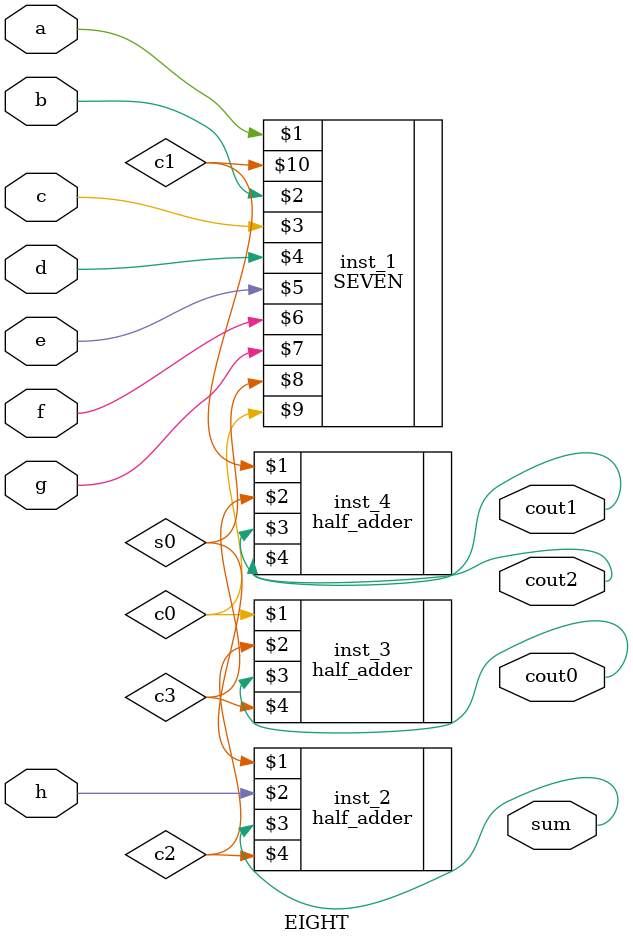
<source format=v>
module EIGHT (
     input a, b, c, d, e, f, g, h,
	 output sum, cout0, cout1, cout2
	 );
	 wire s0, c0, c1, c2, c3;
	 
	 SEVEN inst_1 (a, b, c, d, e, f, g, s0, c0, c1);
	 half_adder inst_2 (s0, h, sum, c2);
	 half_adder inst_3 (c0, c2, cout0, c3);
	 half_adder inst_4 (c1, c3, cout1, cout2);
	 
	endmodule
</source>
